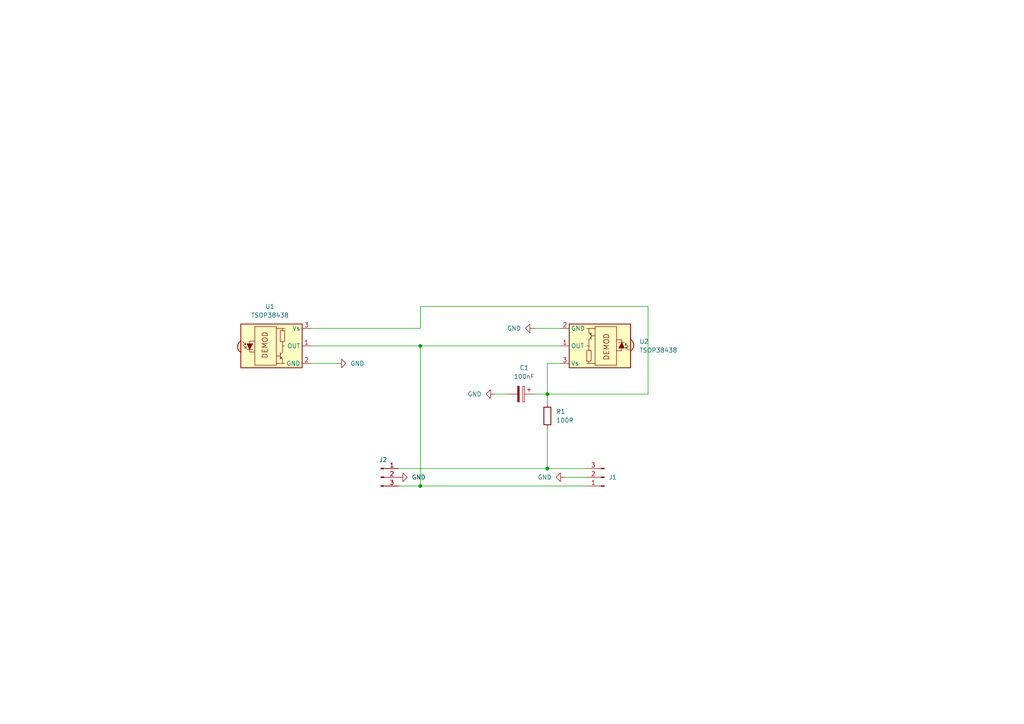
<source format=kicad_sch>
(kicad_sch
	(version 20231120)
	(generator "eeschema")
	(generator_version "8.0")
	(uuid "24f7628d-681d-4f0e-8409-40a129e929d9")
	(paper "A4")
	(title_block
		(date "2024-05-09")
	)
	(lib_symbols
		(symbol "Connector:Conn_01x03_Male"
			(pin_names
				(offset 1.016) hide)
			(exclude_from_sim no)
			(in_bom yes)
			(on_board yes)
			(property "Reference" "J"
				(at 0 5.08 0)
				(effects
					(font
						(size 1.27 1.27)
					)
				)
			)
			(property "Value" "Conn_01x03_Male"
				(at 0 -5.08 0)
				(effects
					(font
						(size 1.27 1.27)
					)
				)
			)
			(property "Footprint" ""
				(at 0 0 0)
				(effects
					(font
						(size 1.27 1.27)
					)
					(hide yes)
				)
			)
			(property "Datasheet" "~"
				(at 0 0 0)
				(effects
					(font
						(size 1.27 1.27)
					)
					(hide yes)
				)
			)
			(property "Description" "Generic connector, single row, 01x03, script generated (kicad-library-utils/schlib/autogen/connector/)"
				(at 0 0 0)
				(effects
					(font
						(size 1.27 1.27)
					)
					(hide yes)
				)
			)
			(property "ki_keywords" "connector"
				(at 0 0 0)
				(effects
					(font
						(size 1.27 1.27)
					)
					(hide yes)
				)
			)
			(property "ki_fp_filters" "Connector*:*_1x??_*"
				(at 0 0 0)
				(effects
					(font
						(size 1.27 1.27)
					)
					(hide yes)
				)
			)
			(symbol "Conn_01x03_Male_1_1"
				(polyline
					(pts
						(xy 1.27 -2.54) (xy 0.8636 -2.54)
					)
					(stroke
						(width 0.1524)
						(type default)
					)
					(fill
						(type none)
					)
				)
				(polyline
					(pts
						(xy 1.27 0) (xy 0.8636 0)
					)
					(stroke
						(width 0.1524)
						(type default)
					)
					(fill
						(type none)
					)
				)
				(polyline
					(pts
						(xy 1.27 2.54) (xy 0.8636 2.54)
					)
					(stroke
						(width 0.1524)
						(type default)
					)
					(fill
						(type none)
					)
				)
				(rectangle
					(start 0.8636 -2.413)
					(end 0 -2.667)
					(stroke
						(width 0.1524)
						(type default)
					)
					(fill
						(type outline)
					)
				)
				(rectangle
					(start 0.8636 0.127)
					(end 0 -0.127)
					(stroke
						(width 0.1524)
						(type default)
					)
					(fill
						(type outline)
					)
				)
				(rectangle
					(start 0.8636 2.667)
					(end 0 2.413)
					(stroke
						(width 0.1524)
						(type default)
					)
					(fill
						(type outline)
					)
				)
				(pin passive line
					(at 5.08 2.54 180)
					(length 3.81)
					(name "Pin_1"
						(effects
							(font
								(size 1.27 1.27)
							)
						)
					)
					(number "1"
						(effects
							(font
								(size 1.27 1.27)
							)
						)
					)
				)
				(pin passive line
					(at 5.08 0 180)
					(length 3.81)
					(name "Pin_2"
						(effects
							(font
								(size 1.27 1.27)
							)
						)
					)
					(number "2"
						(effects
							(font
								(size 1.27 1.27)
							)
						)
					)
				)
				(pin passive line
					(at 5.08 -2.54 180)
					(length 3.81)
					(name "Pin_3"
						(effects
							(font
								(size 1.27 1.27)
							)
						)
					)
					(number "3"
						(effects
							(font
								(size 1.27 1.27)
							)
						)
					)
				)
			)
		)
		(symbol "Device:C_Polarized"
			(pin_numbers hide)
			(pin_names
				(offset 0.254)
			)
			(exclude_from_sim no)
			(in_bom yes)
			(on_board yes)
			(property "Reference" "C"
				(at 0.635 2.54 0)
				(effects
					(font
						(size 1.27 1.27)
					)
					(justify left)
				)
			)
			(property "Value" "C_Polarized"
				(at 0.635 -2.54 0)
				(effects
					(font
						(size 1.27 1.27)
					)
					(justify left)
				)
			)
			(property "Footprint" ""
				(at 0.9652 -3.81 0)
				(effects
					(font
						(size 1.27 1.27)
					)
					(hide yes)
				)
			)
			(property "Datasheet" "~"
				(at 0 0 0)
				(effects
					(font
						(size 1.27 1.27)
					)
					(hide yes)
				)
			)
			(property "Description" "Polarized capacitor"
				(at 0 0 0)
				(effects
					(font
						(size 1.27 1.27)
					)
					(hide yes)
				)
			)
			(property "ki_keywords" "cap capacitor"
				(at 0 0 0)
				(effects
					(font
						(size 1.27 1.27)
					)
					(hide yes)
				)
			)
			(property "ki_fp_filters" "CP_*"
				(at 0 0 0)
				(effects
					(font
						(size 1.27 1.27)
					)
					(hide yes)
				)
			)
			(symbol "C_Polarized_0_1"
				(rectangle
					(start -2.286 0.508)
					(end 2.286 1.016)
					(stroke
						(width 0)
						(type default)
					)
					(fill
						(type none)
					)
				)
				(polyline
					(pts
						(xy -1.778 2.286) (xy -0.762 2.286)
					)
					(stroke
						(width 0)
						(type default)
					)
					(fill
						(type none)
					)
				)
				(polyline
					(pts
						(xy -1.27 2.794) (xy -1.27 1.778)
					)
					(stroke
						(width 0)
						(type default)
					)
					(fill
						(type none)
					)
				)
				(rectangle
					(start 2.286 -0.508)
					(end -2.286 -1.016)
					(stroke
						(width 0)
						(type default)
					)
					(fill
						(type outline)
					)
				)
			)
			(symbol "C_Polarized_1_1"
				(pin passive line
					(at 0 3.81 270)
					(length 2.794)
					(name "~"
						(effects
							(font
								(size 1.27 1.27)
							)
						)
					)
					(number "1"
						(effects
							(font
								(size 1.27 1.27)
							)
						)
					)
				)
				(pin passive line
					(at 0 -3.81 90)
					(length 2.794)
					(name "~"
						(effects
							(font
								(size 1.27 1.27)
							)
						)
					)
					(number "2"
						(effects
							(font
								(size 1.27 1.27)
							)
						)
					)
				)
			)
		)
		(symbol "Device:R"
			(pin_numbers hide)
			(pin_names
				(offset 0)
			)
			(exclude_from_sim no)
			(in_bom yes)
			(on_board yes)
			(property "Reference" "R"
				(at 2.032 0 90)
				(effects
					(font
						(size 1.27 1.27)
					)
				)
			)
			(property "Value" "R"
				(at 0 0 90)
				(effects
					(font
						(size 1.27 1.27)
					)
				)
			)
			(property "Footprint" ""
				(at -1.778 0 90)
				(effects
					(font
						(size 1.27 1.27)
					)
					(hide yes)
				)
			)
			(property "Datasheet" "~"
				(at 0 0 0)
				(effects
					(font
						(size 1.27 1.27)
					)
					(hide yes)
				)
			)
			(property "Description" "Resistor"
				(at 0 0 0)
				(effects
					(font
						(size 1.27 1.27)
					)
					(hide yes)
				)
			)
			(property "ki_keywords" "R res resistor"
				(at 0 0 0)
				(effects
					(font
						(size 1.27 1.27)
					)
					(hide yes)
				)
			)
			(property "ki_fp_filters" "R_*"
				(at 0 0 0)
				(effects
					(font
						(size 1.27 1.27)
					)
					(hide yes)
				)
			)
			(symbol "R_0_1"
				(rectangle
					(start -1.016 -2.54)
					(end 1.016 2.54)
					(stroke
						(width 0.254)
						(type default)
					)
					(fill
						(type none)
					)
				)
			)
			(symbol "R_1_1"
				(pin passive line
					(at 0 3.81 270)
					(length 1.27)
					(name "~"
						(effects
							(font
								(size 1.27 1.27)
							)
						)
					)
					(number "1"
						(effects
							(font
								(size 1.27 1.27)
							)
						)
					)
				)
				(pin passive line
					(at 0 -3.81 90)
					(length 1.27)
					(name "~"
						(effects
							(font
								(size 1.27 1.27)
							)
						)
					)
					(number "2"
						(effects
							(font
								(size 1.27 1.27)
							)
						)
					)
				)
			)
		)
		(symbol "Interface_Optical:TSOP38G36"
			(exclude_from_sim no)
			(in_bom yes)
			(on_board yes)
			(property "Reference" "U"
				(at -10.16 7.62 0)
				(effects
					(font
						(size 1.27 1.27)
					)
					(justify left)
				)
			)
			(property "Value" "TSOP38G36"
				(at -10.16 -7.62 0)
				(effects
					(font
						(size 1.27 1.27)
					)
					(justify left)
				)
			)
			(property "Footprint" "OptoDevice:Vishay_MINICAST-3Pin"
				(at -1.27 -9.525 0)
				(effects
					(font
						(size 1.27 1.27)
					)
					(hide yes)
				)
			)
			(property "Datasheet" "http://www.vishay.com/docs/82731/tsop38g36.pdf"
				(at 16.51 7.62 0)
				(effects
					(font
						(size 1.27 1.27)
					)
					(hide yes)
				)
			)
			(property "Description" "Photo Modules for PCM Remote Control Systems"
				(at 0 0 0)
				(effects
					(font
						(size 1.27 1.27)
					)
					(hide yes)
				)
			)
			(property "ki_keywords" "opto IR receiver"
				(at 0 0 0)
				(effects
					(font
						(size 1.27 1.27)
					)
					(hide yes)
				)
			)
			(property "ki_fp_filters" "Vishay*MINICAST*"
				(at 0 0 0)
				(effects
					(font
						(size 1.27 1.27)
					)
					(hide yes)
				)
			)
			(symbol "TSOP38G36_0_0"
				(arc
					(start -10.287 1.397)
					(mid -11.0899 -0.1905)
					(end -10.287 -1.778)
					(stroke
						(width 0.254)
						(type default)
					)
					(fill
						(type background)
					)
				)
				(polyline
					(pts
						(xy 1.905 -5.08) (xy 0.127 -5.08)
					)
					(stroke
						(width 0)
						(type default)
					)
					(fill
						(type none)
					)
				)
				(polyline
					(pts
						(xy 1.905 5.08) (xy 0.127 5.08)
					)
					(stroke
						(width 0)
						(type default)
					)
					(fill
						(type none)
					)
				)
				(text "DEMOD"
					(at -3.175 0.254 900)
					(effects
						(font
							(size 1.524 1.524)
						)
					)
				)
			)
			(symbol "TSOP38G36_0_1"
				(rectangle
					(start -6.096 5.588)
					(end 0.127 -5.588)
					(stroke
						(width 0)
						(type default)
					)
					(fill
						(type none)
					)
				)
				(polyline
					(pts
						(xy -8.763 0.381) (xy -9.652 1.27)
					)
					(stroke
						(width 0)
						(type default)
					)
					(fill
						(type none)
					)
				)
				(polyline
					(pts
						(xy -8.763 0.381) (xy -9.271 0.381)
					)
					(stroke
						(width 0)
						(type default)
					)
					(fill
						(type none)
					)
				)
				(polyline
					(pts
						(xy -8.763 0.381) (xy -8.763 0.889)
					)
					(stroke
						(width 0)
						(type default)
					)
					(fill
						(type none)
					)
				)
				(polyline
					(pts
						(xy -8.636 -0.635) (xy -9.525 0.254)
					)
					(stroke
						(width 0)
						(type default)
					)
					(fill
						(type none)
					)
				)
				(polyline
					(pts
						(xy -8.636 -0.635) (xy -9.144 -0.635)
					)
					(stroke
						(width 0)
						(type default)
					)
					(fill
						(type none)
					)
				)
				(polyline
					(pts
						(xy -8.636 -0.635) (xy -8.636 -0.127)
					)
					(stroke
						(width 0)
						(type default)
					)
					(fill
						(type none)
					)
				)
				(polyline
					(pts
						(xy -8.382 -1.016) (xy -6.731 -1.016)
					)
					(stroke
						(width 0)
						(type default)
					)
					(fill
						(type none)
					)
				)
				(polyline
					(pts
						(xy 1.27 -2.921) (xy 0.127 -2.921)
					)
					(stroke
						(width 0)
						(type default)
					)
					(fill
						(type none)
					)
				)
				(polyline
					(pts
						(xy 1.27 -1.905) (xy 1.27 -3.81)
					)
					(stroke
						(width 0)
						(type default)
					)
					(fill
						(type none)
					)
				)
				(polyline
					(pts
						(xy 1.397 -3.556) (xy 1.524 -3.556)
					)
					(stroke
						(width 0)
						(type default)
					)
					(fill
						(type none)
					)
				)
				(polyline
					(pts
						(xy 1.651 -3.556) (xy 1.524 -3.556)
					)
					(stroke
						(width 0)
						(type default)
					)
					(fill
						(type none)
					)
				)
				(polyline
					(pts
						(xy 1.651 -3.556) (xy 1.651 -3.302)
					)
					(stroke
						(width 0)
						(type default)
					)
					(fill
						(type none)
					)
				)
				(polyline
					(pts
						(xy 1.905 0) (xy 1.905 1.27)
					)
					(stroke
						(width 0)
						(type default)
					)
					(fill
						(type none)
					)
				)
				(polyline
					(pts
						(xy 1.905 4.445) (xy 1.905 5.08) (xy 2.54 5.08)
					)
					(stroke
						(width 0)
						(type default)
					)
					(fill
						(type none)
					)
				)
				(polyline
					(pts
						(xy -8.382 0.635) (xy -6.731 0.635) (xy -7.62 -1.016) (xy -8.382 0.635)
					)
					(stroke
						(width 0)
						(type default)
					)
					(fill
						(type outline)
					)
				)
				(polyline
					(pts
						(xy -6.096 1.397) (xy -7.62 1.397) (xy -7.62 -1.778) (xy -6.096 -1.778)
					)
					(stroke
						(width 0)
						(type default)
					)
					(fill
						(type none)
					)
				)
				(polyline
					(pts
						(xy 1.27 -3.175) (xy 1.905 -3.81) (xy 1.905 -5.08) (xy 2.54 -5.08)
					)
					(stroke
						(width 0)
						(type default)
					)
					(fill
						(type none)
					)
				)
				(polyline
					(pts
						(xy 1.27 -2.54) (xy 1.905 -1.905) (xy 1.905 0) (xy 2.54 0)
					)
					(stroke
						(width 0)
						(type default)
					)
					(fill
						(type none)
					)
				)
				(rectangle
					(start 2.54 1.27)
					(end 1.27 4.445)
					(stroke
						(width 0)
						(type default)
					)
					(fill
						(type none)
					)
				)
				(rectangle
					(start 7.62 6.35)
					(end -10.16 -6.35)
					(stroke
						(width 0.254)
						(type default)
					)
					(fill
						(type background)
					)
				)
			)
			(symbol "TSOP38G36_1_1"
				(pin output line
					(at 10.16 0 180)
					(length 2.54)
					(name "OUT"
						(effects
							(font
								(size 1.27 1.27)
							)
						)
					)
					(number "1"
						(effects
							(font
								(size 1.27 1.27)
							)
						)
					)
				)
				(pin power_in line
					(at 10.16 -5.08 180)
					(length 2.54)
					(name "GND"
						(effects
							(font
								(size 1.27 1.27)
							)
						)
					)
					(number "2"
						(effects
							(font
								(size 1.27 1.27)
							)
						)
					)
				)
				(pin power_in line
					(at 10.16 5.08 180)
					(length 2.54)
					(name "Vs"
						(effects
							(font
								(size 1.27 1.27)
							)
						)
					)
					(number "3"
						(effects
							(font
								(size 1.27 1.27)
							)
						)
					)
				)
			)
		)
		(symbol "power:GND"
			(power)
			(pin_names
				(offset 0)
			)
			(exclude_from_sim no)
			(in_bom yes)
			(on_board yes)
			(property "Reference" "#PWR"
				(at 0 -6.35 0)
				(effects
					(font
						(size 1.27 1.27)
					)
					(hide yes)
				)
			)
			(property "Value" "GND"
				(at 0 -3.81 0)
				(effects
					(font
						(size 1.27 1.27)
					)
				)
			)
			(property "Footprint" ""
				(at 0 0 0)
				(effects
					(font
						(size 1.27 1.27)
					)
					(hide yes)
				)
			)
			(property "Datasheet" ""
				(at 0 0 0)
				(effects
					(font
						(size 1.27 1.27)
					)
					(hide yes)
				)
			)
			(property "Description" "Power symbol creates a global label with name \"GND\" , ground"
				(at 0 0 0)
				(effects
					(font
						(size 1.27 1.27)
					)
					(hide yes)
				)
			)
			(property "ki_keywords" "power-flag"
				(at 0 0 0)
				(effects
					(font
						(size 1.27 1.27)
					)
					(hide yes)
				)
			)
			(symbol "GND_0_1"
				(polyline
					(pts
						(xy 0 0) (xy 0 -1.27) (xy 1.27 -1.27) (xy 0 -2.54) (xy -1.27 -1.27) (xy 0 -1.27)
					)
					(stroke
						(width 0)
						(type default)
					)
					(fill
						(type none)
					)
				)
			)
			(symbol "GND_1_1"
				(pin power_in line
					(at 0 0 270)
					(length 0) hide
					(name "GND"
						(effects
							(font
								(size 1.27 1.27)
							)
						)
					)
					(number "1"
						(effects
							(font
								(size 1.27 1.27)
							)
						)
					)
				)
			)
		)
	)
	(junction
		(at 121.92 100.33)
		(diameter 0)
		(color 0 0 0 0)
		(uuid "38c56c93-fb1f-4ca3-9c5b-5a10a9b2fd5b")
	)
	(junction
		(at 158.75 114.3)
		(diameter 0)
		(color 0 0 0 0)
		(uuid "5342d71c-4e34-4737-b7da-732d0fc20348")
	)
	(junction
		(at 121.92 140.97)
		(diameter 0)
		(color 0 0 0 0)
		(uuid "8327b721-97b1-4d7d-86cd-f7c18e09a67f")
	)
	(junction
		(at 158.75 135.89)
		(diameter 0)
		(color 0 0 0 0)
		(uuid "94865f86-3f2c-4c80-93e5-203fc3753533")
	)
	(wire
		(pts
			(xy 187.96 88.9) (xy 187.96 114.3)
		)
		(stroke
			(width 0)
			(type default)
		)
		(uuid "0a3db64e-19cc-4ff5-9149-bec68c092063")
	)
	(wire
		(pts
			(xy 143.51 114.3) (xy 147.32 114.3)
		)
		(stroke
			(width 0)
			(type default)
		)
		(uuid "0be8d947-723f-4676-864c-c3829f0ac776")
	)
	(wire
		(pts
			(xy 158.75 105.41) (xy 158.75 114.3)
		)
		(stroke
			(width 0)
			(type default)
		)
		(uuid "0bfe9c16-525a-4147-86ea-1b43133e187a")
	)
	(wire
		(pts
			(xy 90.17 105.41) (xy 97.79 105.41)
		)
		(stroke
			(width 0)
			(type default)
		)
		(uuid "2b18070a-89b5-4a5d-8fc7-2148f5a9f980")
	)
	(wire
		(pts
			(xy 115.57 135.89) (xy 158.75 135.89)
		)
		(stroke
			(width 0)
			(type default)
		)
		(uuid "3f251191-12de-485e-84cb-057237647c7b")
	)
	(wire
		(pts
			(xy 121.92 140.97) (xy 170.18 140.97)
		)
		(stroke
			(width 0)
			(type default)
		)
		(uuid "45801a00-8867-4e0f-9057-9789605ac555")
	)
	(wire
		(pts
			(xy 158.75 124.46) (xy 158.75 135.89)
		)
		(stroke
			(width 0)
			(type default)
		)
		(uuid "46015c43-8e0c-4685-8ff9-3fce189e484f")
	)
	(wire
		(pts
			(xy 115.57 140.97) (xy 121.92 140.97)
		)
		(stroke
			(width 0)
			(type default)
		)
		(uuid "5100d124-5a67-4d92-a780-1e15c4163e86")
	)
	(wire
		(pts
			(xy 158.75 105.41) (xy 162.56 105.41)
		)
		(stroke
			(width 0)
			(type default)
		)
		(uuid "51959a24-23cb-449a-bef4-f80d4894458b")
	)
	(wire
		(pts
			(xy 187.96 114.3) (xy 158.75 114.3)
		)
		(stroke
			(width 0)
			(type default)
		)
		(uuid "61838b6d-0365-4ff9-894e-279975dab243")
	)
	(wire
		(pts
			(xy 90.17 95.25) (xy 121.92 95.25)
		)
		(stroke
			(width 0)
			(type default)
		)
		(uuid "6eb86b9e-8bbb-4bf7-9c5a-a6d9b427965e")
	)
	(wire
		(pts
			(xy 158.75 114.3) (xy 158.75 116.84)
		)
		(stroke
			(width 0)
			(type default)
		)
		(uuid "7b22eb2f-01a7-4c6f-adf4-69a29552f5d0")
	)
	(wire
		(pts
			(xy 121.92 100.33) (xy 162.56 100.33)
		)
		(stroke
			(width 0)
			(type default)
		)
		(uuid "9f220a78-bcae-46e2-869c-76b8562c6213")
	)
	(wire
		(pts
			(xy 90.17 100.33) (xy 121.92 100.33)
		)
		(stroke
			(width 0)
			(type default)
		)
		(uuid "9fcd768c-9ff0-44a5-a79e-85d3b7d0ba95")
	)
	(wire
		(pts
			(xy 121.92 140.97) (xy 121.92 100.33)
		)
		(stroke
			(width 0)
			(type default)
		)
		(uuid "ade33e14-e6b0-446d-8a77-8db14a79e0e3")
	)
	(wire
		(pts
			(xy 121.92 88.9) (xy 187.96 88.9)
		)
		(stroke
			(width 0)
			(type default)
		)
		(uuid "d1b485ab-0e9d-4923-8507-472f5e6f4d2b")
	)
	(wire
		(pts
			(xy 154.94 114.3) (xy 158.75 114.3)
		)
		(stroke
			(width 0)
			(type default)
		)
		(uuid "e5be9966-7646-47b0-96d3-1b586247cd9e")
	)
	(wire
		(pts
			(xy 154.94 95.25) (xy 162.56 95.25)
		)
		(stroke
			(width 0)
			(type default)
		)
		(uuid "ead9017c-1c05-4cb6-a861-6e84c0c86dff")
	)
	(wire
		(pts
			(xy 170.18 135.89) (xy 158.75 135.89)
		)
		(stroke
			(width 0)
			(type default)
		)
		(uuid "f2a04928-cea3-488c-9501-8b986eb819cd")
	)
	(wire
		(pts
			(xy 163.83 138.43) (xy 170.18 138.43)
		)
		(stroke
			(width 0)
			(type default)
		)
		(uuid "f6c4fb2e-1560-4c98-a4da-d3f3f074bd57")
	)
	(wire
		(pts
			(xy 121.92 95.25) (xy 121.92 88.9)
		)
		(stroke
			(width 0)
			(type default)
		)
		(uuid "fa0c1cd9-3e03-4e33-9b43-7f2e9e5bf028")
	)
	(symbol
		(lib_id "power:GND")
		(at 97.79 105.41 90)
		(unit 1)
		(exclude_from_sim no)
		(in_bom yes)
		(on_board yes)
		(dnp no)
		(fields_autoplaced yes)
		(uuid "01a4da95-fda1-4e81-9a1e-8a4a1bbb7dc3")
		(property "Reference" "#PWR_FLAG0102"
			(at 104.14 105.41 0)
			(effects
				(font
					(size 1.27 1.27)
				)
				(hide yes)
			)
		)
		(property "Value" "GND"
			(at 101.6 105.4099 90)
			(effects
				(font
					(size 1.27 1.27)
				)
				(justify right)
			)
		)
		(property "Footprint" ""
			(at 97.79 105.41 0)
			(effects
				(font
					(size 1.27 1.27)
				)
				(hide yes)
			)
		)
		(property "Datasheet" ""
			(at 97.79 105.41 0)
			(effects
				(font
					(size 1.27 1.27)
				)
				(hide yes)
			)
		)
		(property "Description" ""
			(at 97.79 105.41 0)
			(effects
				(font
					(size 1.27 1.27)
				)
				(hide yes)
			)
		)
		(pin "1"
			(uuid "a7a526e2-101b-4784-86ec-682ac64667a9")
		)
		(instances
			(project "DevIos-Sensor"
				(path "/24f7628d-681d-4f0e-8409-40a129e929d9"
					(reference "#PWR_FLAG0102")
					(unit 1)
				)
			)
		)
	)
	(symbol
		(lib_id "Interface_Optical:TSOP38G36")
		(at 80.01 100.33 0)
		(unit 1)
		(exclude_from_sim no)
		(in_bom yes)
		(on_board yes)
		(dnp no)
		(fields_autoplaced yes)
		(uuid "076046ab-4b56-4060-b8d9-0d80806d0277")
		(property "Reference" "U1"
			(at 78.275 88.9 0)
			(effects
				(font
					(size 1.27 1.27)
				)
			)
		)
		(property "Value" "TSOP38438"
			(at 78.275 91.44 0)
			(effects
				(font
					(size 1.27 1.27)
				)
			)
		)
		(property "Footprint" "OptoDevice:Vishay_MINICAST-3Pin"
			(at 78.74 109.855 0)
			(effects
				(font
					(size 1.27 1.27)
				)
				(hide yes)
			)
		)
		(property "Datasheet" "http://www.vishay.com/docs/82731/tsop38g36.pdf"
			(at 96.52 92.71 0)
			(effects
				(font
					(size 1.27 1.27)
				)
				(hide yes)
			)
		)
		(property "Description" ""
			(at 80.01 100.33 0)
			(effects
				(font
					(size 1.27 1.27)
				)
				(hide yes)
			)
		)
		(property "LCSC Part Number" "C145271"
			(at 80.01 100.33 0)
			(effects
				(font
					(size 1.27 1.27)
				)
				(hide yes)
			)
		)
		(property "LCSC Part Number " ""
			(at 80.01 100.33 0)
			(effects
				(font
					(size 1.27 1.27)
				)
				(hide yes)
			)
		)
		(pin "1"
			(uuid "99dfa524-0366-4808-b4e8-328fc38e8656")
		)
		(pin "2"
			(uuid "54212c01-b363-47b8-a145-45c40df316f4")
		)
		(pin "3"
			(uuid "180245d9-4a3f-4d1b-adcc-b4eafac722e0")
		)
		(instances
			(project "DevIos-Sensor"
				(path "/24f7628d-681d-4f0e-8409-40a129e929d9"
					(reference "U1")
					(unit 1)
				)
			)
		)
	)
	(symbol
		(lib_id "power:GND")
		(at 154.94 95.25 270)
		(unit 1)
		(exclude_from_sim no)
		(in_bom yes)
		(on_board yes)
		(dnp no)
		(fields_autoplaced yes)
		(uuid "343aaf96-3b18-4316-be31-852c3a1c5b64")
		(property "Reference" "#PWR_FLAG0101"
			(at 148.59 95.25 0)
			(effects
				(font
					(size 1.27 1.27)
				)
				(hide yes)
			)
		)
		(property "Value" "GND"
			(at 151.13 95.2499 90)
			(effects
				(font
					(size 1.27 1.27)
				)
				(justify right)
			)
		)
		(property "Footprint" ""
			(at 154.94 95.25 0)
			(effects
				(font
					(size 1.27 1.27)
				)
				(hide yes)
			)
		)
		(property "Datasheet" ""
			(at 154.94 95.25 0)
			(effects
				(font
					(size 1.27 1.27)
				)
				(hide yes)
			)
		)
		(property "Description" ""
			(at 154.94 95.25 0)
			(effects
				(font
					(size 1.27 1.27)
				)
				(hide yes)
			)
		)
		(pin "1"
			(uuid "8845d31f-14fa-4322-a2c3-b3c56e57fb37")
		)
		(instances
			(project "DevIos-Sensor"
				(path "/24f7628d-681d-4f0e-8409-40a129e929d9"
					(reference "#PWR_FLAG0101")
					(unit 1)
				)
			)
		)
	)
	(symbol
		(lib_id "Connector:Conn_01x03_Male")
		(at 110.49 138.43 0)
		(unit 1)
		(exclude_from_sim no)
		(in_bom yes)
		(on_board yes)
		(dnp no)
		(uuid "3e011a46-81bd-4ecd-b93e-57dffb1143e5")
		(property "Reference" "J2"
			(at 111.125 133.35 0)
			(effects
				(font
					(size 1.27 1.27)
				)
			)
		)
		(property "Value" "Conn_01x03_Male"
			(at 109.22 137.1601 0)
			(effects
				(font
					(size 1.27 1.27)
				)
				(justify right)
				(hide yes)
			)
		)
		(property "Footprint" "Connector_Wire:SolderWire-0.1sqmm_1x03_P3.6mm_D0.4mm_OD1mm_Relief"
			(at 110.49 138.43 0)
			(effects
				(font
					(size 1.27 1.27)
				)
				(hide yes)
			)
		)
		(property "Datasheet" "~"
			(at 110.49 138.43 0)
			(effects
				(font
					(size 1.27 1.27)
				)
				(hide yes)
			)
		)
		(property "Description" ""
			(at 110.49 138.43 0)
			(effects
				(font
					(size 1.27 1.27)
				)
				(hide yes)
			)
		)
		(property "LCSC Part Number " ""
			(at 110.49 138.43 0)
			(effects
				(font
					(size 1.27 1.27)
				)
				(hide yes)
			)
		)
		(property "LCSC Part Number" "-"
			(at 110.49 138.43 0)
			(effects
				(font
					(size 1.27 1.27)
				)
				(hide yes)
			)
		)
		(pin "1"
			(uuid "4198eb99-d244-457e-8768-395280df1a66")
		)
		(pin "2"
			(uuid "586ec748-563a-478a-82db-706fb951336a")
		)
		(pin "3"
			(uuid "c1c05ce7-1c25-4382-b3b9-d3ec327783d4")
		)
		(instances
			(project "DevIos-Sensor"
				(path "/24f7628d-681d-4f0e-8409-40a129e929d9"
					(reference "J2")
					(unit 1)
				)
			)
		)
	)
	(symbol
		(lib_id "power:GND")
		(at 143.51 114.3 270)
		(unit 1)
		(exclude_from_sim no)
		(in_bom yes)
		(on_board yes)
		(dnp no)
		(fields_autoplaced yes)
		(uuid "4d48f12c-5c86-4236-bd85-4566a6c5cf64")
		(property "Reference" "#PWR0101"
			(at 137.16 114.3 0)
			(effects
				(font
					(size 1.27 1.27)
				)
				(hide yes)
			)
		)
		(property "Value" "GND"
			(at 139.7 114.2999 90)
			(effects
				(font
					(size 1.27 1.27)
				)
				(justify right)
			)
		)
		(property "Footprint" ""
			(at 143.51 114.3 0)
			(effects
				(font
					(size 1.27 1.27)
				)
				(hide yes)
			)
		)
		(property "Datasheet" ""
			(at 143.51 114.3 0)
			(effects
				(font
					(size 1.27 1.27)
				)
				(hide yes)
			)
		)
		(property "Description" ""
			(at 143.51 114.3 0)
			(effects
				(font
					(size 1.27 1.27)
				)
				(hide yes)
			)
		)
		(pin "1"
			(uuid "675cf0e3-c8a5-4019-8e88-bd86b1664796")
		)
		(instances
			(project "DevIos-Sensor"
				(path "/24f7628d-681d-4f0e-8409-40a129e929d9"
					(reference "#PWR0101")
					(unit 1)
				)
			)
		)
	)
	(symbol
		(lib_id "Interface_Optical:TSOP38G36")
		(at 172.72 100.33 180)
		(unit 1)
		(exclude_from_sim no)
		(in_bom yes)
		(on_board yes)
		(dnp no)
		(fields_autoplaced yes)
		(uuid "7279a0ce-75b5-4d17-adea-e5e9949407a6")
		(property "Reference" "U2"
			(at 185.42 99.0599 0)
			(effects
				(font
					(size 1.27 1.27)
				)
				(justify right)
			)
		)
		(property "Value" "TSOP38438"
			(at 185.42 101.5999 0)
			(effects
				(font
					(size 1.27 1.27)
				)
				(justify right)
			)
		)
		(property "Footprint" "OptoDevice:Vishay_MINICAST-3Pin"
			(at 173.99 90.805 0)
			(effects
				(font
					(size 1.27 1.27)
				)
				(hide yes)
			)
		)
		(property "Datasheet" "http://www.vishay.com/docs/82731/tsop38g36.pdf"
			(at 156.21 107.95 0)
			(effects
				(font
					(size 1.27 1.27)
				)
				(hide yes)
			)
		)
		(property "Description" ""
			(at 172.72 100.33 0)
			(effects
				(font
					(size 1.27 1.27)
				)
				(hide yes)
			)
		)
		(property "LCSC Part Number" "C145271"
			(at 172.72 100.33 0)
			(effects
				(font
					(size 1.27 1.27)
				)
				(hide yes)
			)
		)
		(property "LCSC Part Number " ""
			(at 172.72 100.33 0)
			(effects
				(font
					(size 1.27 1.27)
				)
				(hide yes)
			)
		)
		(pin "1"
			(uuid "3915f1cf-e224-42a7-8e50-b5aa000e1dd3")
		)
		(pin "2"
			(uuid "5289bc61-7716-4d1c-91dd-03b886b4760f")
		)
		(pin "3"
			(uuid "85322b6b-1523-4ed9-b09b-510e91ab3a2d")
		)
		(instances
			(project "DevIos-Sensor"
				(path "/24f7628d-681d-4f0e-8409-40a129e929d9"
					(reference "U2")
					(unit 1)
				)
			)
		)
	)
	(symbol
		(lib_id "Device:C_Polarized")
		(at 151.13 114.3 270)
		(unit 1)
		(exclude_from_sim no)
		(in_bom yes)
		(on_board yes)
		(dnp no)
		(fields_autoplaced yes)
		(uuid "9d7faabd-145c-44e6-956b-4cc29eaaf981")
		(property "Reference" "C1"
			(at 152.019 106.68 90)
			(effects
				(font
					(size 1.27 1.27)
				)
			)
		)
		(property "Value" "100nF"
			(at 152.019 109.22 90)
			(effects
				(font
					(size 1.27 1.27)
				)
			)
		)
		(property "Footprint" "Capacitor_SMD:C_0805_2012Metric"
			(at 147.32 115.2652 0)
			(effects
				(font
					(size 1.27 1.27)
				)
				(hide yes)
			)
		)
		(property "Datasheet" "~"
			(at 151.13 114.3 0)
			(effects
				(font
					(size 1.27 1.27)
				)
				(hide yes)
			)
		)
		(property "Description" ""
			(at 151.13 114.3 0)
			(effects
				(font
					(size 1.27 1.27)
				)
				(hide yes)
			)
		)
		(property "LCSC Part Number " ""
			(at 151.13 114.3 0)
			(effects
				(font
					(size 1.27 1.27)
				)
				(hide yes)
			)
		)
		(property "LCSC Part Number" "C28233"
			(at 151.13 114.3 0)
			(effects
				(font
					(size 1.27 1.27)
				)
				(hide yes)
			)
		)
		(pin "1"
			(uuid "08f152a7-5dd6-40b8-86c8-5a6a84e3e7cf")
		)
		(pin "2"
			(uuid "c1fbcf6a-9fcf-4f91-9749-1eb6b6cca1a7")
		)
		(instances
			(project "DevIos-Sensor"
				(path "/24f7628d-681d-4f0e-8409-40a129e929d9"
					(reference "C1")
					(unit 1)
				)
			)
		)
	)
	(symbol
		(lib_id "Device:R")
		(at 158.75 120.65 0)
		(unit 1)
		(exclude_from_sim no)
		(in_bom yes)
		(on_board yes)
		(dnp no)
		(fields_autoplaced yes)
		(uuid "9e7afc48-ca27-4486-8418-cb644ae116df")
		(property "Reference" "R1"
			(at 161.29 119.3799 0)
			(effects
				(font
					(size 1.27 1.27)
				)
				(justify left)
			)
		)
		(property "Value" "100R"
			(at 161.29 121.9199 0)
			(effects
				(font
					(size 1.27 1.27)
				)
				(justify left)
			)
		)
		(property "Footprint" "Resistor_SMD:R_0805_2012Metric"
			(at 156.972 120.65 90)
			(effects
				(font
					(size 1.27 1.27)
				)
				(hide yes)
			)
		)
		(property "Datasheet" "~"
			(at 158.75 120.65 0)
			(effects
				(font
					(size 1.27 1.27)
				)
				(hide yes)
			)
		)
		(property "Description" ""
			(at 158.75 120.65 0)
			(effects
				(font
					(size 1.27 1.27)
				)
				(hide yes)
			)
		)
		(property "LCSC Part Number " ""
			(at 158.75 120.65 0)
			(effects
				(font
					(size 1.27 1.27)
				)
				(hide yes)
			)
		)
		(property "LCSC Part Number" "C17408"
			(at 158.75 120.65 0)
			(effects
				(font
					(size 1.27 1.27)
				)
				(hide yes)
			)
		)
		(pin "1"
			(uuid "c543cf62-eba2-4cb9-ad27-421de95a7000")
		)
		(pin "2"
			(uuid "7dcbcdb9-baba-422b-bc66-d4df744abce9")
		)
		(instances
			(project "DevIos-Sensor"
				(path "/24f7628d-681d-4f0e-8409-40a129e929d9"
					(reference "R1")
					(unit 1)
				)
			)
		)
	)
	(symbol
		(lib_id "power:GND")
		(at 115.57 138.43 90)
		(unit 1)
		(exclude_from_sim no)
		(in_bom yes)
		(on_board yes)
		(dnp no)
		(fields_autoplaced yes)
		(uuid "a0c25ffa-c162-49a6-ae78-ace6cd3cc08c")
		(property "Reference" "#PWR0103"
			(at 121.92 138.43 0)
			(effects
				(font
					(size 1.27 1.27)
				)
				(hide yes)
			)
		)
		(property "Value" "GND"
			(at 119.38 138.4299 90)
			(effects
				(font
					(size 1.27 1.27)
				)
				(justify right)
			)
		)
		(property "Footprint" ""
			(at 115.57 138.43 0)
			(effects
				(font
					(size 1.27 1.27)
				)
				(hide yes)
			)
		)
		(property "Datasheet" ""
			(at 115.57 138.43 0)
			(effects
				(font
					(size 1.27 1.27)
				)
				(hide yes)
			)
		)
		(property "Description" ""
			(at 115.57 138.43 0)
			(effects
				(font
					(size 1.27 1.27)
				)
				(hide yes)
			)
		)
		(pin "1"
			(uuid "adf7b71b-d1d1-4a96-a452-ef835486b1fc")
		)
		(instances
			(project "DevIos-Sensor"
				(path "/24f7628d-681d-4f0e-8409-40a129e929d9"
					(reference "#PWR0103")
					(unit 1)
				)
			)
		)
	)
	(symbol
		(lib_id "power:GND")
		(at 163.83 138.43 270)
		(unit 1)
		(exclude_from_sim no)
		(in_bom yes)
		(on_board yes)
		(dnp no)
		(fields_autoplaced yes)
		(uuid "a102cac0-765c-4f15-b1e9-0c58fe8ee163")
		(property "Reference" "#PWR0102"
			(at 157.48 138.43 0)
			(effects
				(font
					(size 1.27 1.27)
				)
				(hide yes)
			)
		)
		(property "Value" "GND"
			(at 160.02 138.4299 90)
			(effects
				(font
					(size 1.27 1.27)
				)
				(justify right)
			)
		)
		(property "Footprint" ""
			(at 163.83 138.43 0)
			(effects
				(font
					(size 1.27 1.27)
				)
				(hide yes)
			)
		)
		(property "Datasheet" ""
			(at 163.83 138.43 0)
			(effects
				(font
					(size 1.27 1.27)
				)
				(hide yes)
			)
		)
		(property "Description" ""
			(at 163.83 138.43 0)
			(effects
				(font
					(size 1.27 1.27)
				)
				(hide yes)
			)
		)
		(pin "1"
			(uuid "4f529efd-a565-47a8-b5ee-98c0f1599026")
		)
		(instances
			(project "DevIos-Sensor"
				(path "/24f7628d-681d-4f0e-8409-40a129e929d9"
					(reference "#PWR0102")
					(unit 1)
				)
			)
		)
	)
	(symbol
		(lib_id "Connector:Conn_01x03_Male")
		(at 175.26 138.43 180)
		(unit 1)
		(exclude_from_sim no)
		(in_bom yes)
		(on_board yes)
		(dnp no)
		(fields_autoplaced yes)
		(uuid "a709b18e-84c9-4301-9038-3e9a49891702")
		(property "Reference" "J1"
			(at 176.53 138.4299 0)
			(effects
				(font
					(size 1.27 1.27)
				)
				(justify right)
			)
		)
		(property "Value" "Conn_01x03_Male"
			(at 176.53 139.6999 0)
			(effects
				(font
					(size 1.27 1.27)
				)
				(justify right)
				(hide yes)
			)
		)
		(property "Footprint" "Connector_Wire:SolderWire-0.1sqmm_1x03_P3.6mm_D0.4mm_OD1mm_Relief"
			(at 175.26 138.43 0)
			(effects
				(font
					(size 1.27 1.27)
				)
				(hide yes)
			)
		)
		(property "Datasheet" "~"
			(at 175.26 138.43 0)
			(effects
				(font
					(size 1.27 1.27)
				)
				(hide yes)
			)
		)
		(property "Description" ""
			(at 175.26 138.43 0)
			(effects
				(font
					(size 1.27 1.27)
				)
				(hide yes)
			)
		)
		(property "LCSC Part Number " ""
			(at 175.26 138.43 0)
			(effects
				(font
					(size 1.27 1.27)
				)
				(hide yes)
			)
		)
		(property "LCSC Part Number" "-"
			(at 175.26 138.43 0)
			(effects
				(font
					(size 1.27 1.27)
				)
				(hide yes)
			)
		)
		(pin "1"
			(uuid "5b413e67-ea84-4a4c-8827-49d636551a4f")
		)
		(pin "2"
			(uuid "ff3b46f5-3ec7-4f34-ab45-cab6bed308db")
		)
		(pin "3"
			(uuid "bed2fe95-6dba-4ebe-bc9c-a19e14f15a00")
		)
		(instances
			(project "DevIos-Sensor"
				(path "/24f7628d-681d-4f0e-8409-40a129e929d9"
					(reference "J1")
					(unit 1)
				)
			)
		)
	)
	(sheet_instances
		(path "/"
			(page "1")
		)
	)
)

</source>
